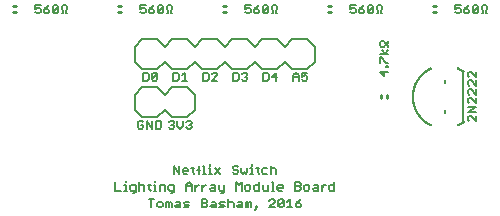
<source format=gto>
G75*
%MOIN*%
%OFA0B0*%
%FSLAX25Y25*%
%IPPOS*%
%LPD*%
%AMOC8*
5,1,8,0,0,1.08239X$1,22.5*
%
%ADD10C,0.00500*%
%ADD11C,0.01000*%
%ADD12C,0.00050*%
%ADD13C,0.00800*%
D10*
X0124500Y0044625D02*
X0126302Y0044625D01*
X0127447Y0044625D02*
X0128347Y0044625D01*
X0127897Y0044625D02*
X0127897Y0046427D01*
X0127447Y0046427D01*
X0127897Y0047327D02*
X0127897Y0047778D01*
X0129411Y0045976D02*
X0129411Y0045075D01*
X0129861Y0044625D01*
X0131212Y0044625D01*
X0131212Y0044175D02*
X0131212Y0046427D01*
X0129861Y0046427D01*
X0129411Y0045976D01*
X0132357Y0045976D02*
X0132808Y0046427D01*
X0133709Y0046427D01*
X0134159Y0045976D01*
X0134159Y0044625D01*
X0135754Y0045075D02*
X0135754Y0046877D01*
X0135304Y0046427D02*
X0136205Y0046427D01*
X0137268Y0046427D02*
X0137719Y0046427D01*
X0137719Y0044625D01*
X0138169Y0044625D02*
X0137268Y0044625D01*
X0136205Y0044625D02*
X0135754Y0045075D01*
X0132357Y0044625D02*
X0132357Y0047327D01*
X0137719Y0047327D02*
X0137719Y0047778D01*
X0139233Y0046427D02*
X0140584Y0046427D01*
X0141034Y0045976D01*
X0141034Y0044625D01*
X0142179Y0045075D02*
X0142179Y0045976D01*
X0142629Y0046427D01*
X0143981Y0046427D01*
X0143981Y0044175D01*
X0143530Y0043724D01*
X0143080Y0043724D01*
X0142629Y0044625D02*
X0143981Y0044625D01*
X0142629Y0044625D02*
X0142179Y0045075D01*
X0139233Y0044625D02*
X0139233Y0046427D01*
X0148072Y0046427D02*
X0148072Y0044625D01*
X0148072Y0045976D02*
X0149874Y0045976D01*
X0149874Y0046427D02*
X0149874Y0044625D01*
X0151019Y0044625D02*
X0151019Y0046427D01*
X0151919Y0046427D02*
X0151019Y0045526D01*
X0151919Y0046427D02*
X0152370Y0046427D01*
X0153474Y0046427D02*
X0153474Y0044625D01*
X0153474Y0045526D02*
X0154375Y0046427D01*
X0154825Y0046427D01*
X0156380Y0046427D02*
X0157281Y0046427D01*
X0157731Y0045976D01*
X0157731Y0044625D01*
X0156380Y0044625D01*
X0155930Y0045075D01*
X0156380Y0045526D01*
X0157731Y0045526D01*
X0158876Y0045075D02*
X0158876Y0046427D01*
X0158876Y0045075D02*
X0159326Y0044625D01*
X0160678Y0044625D01*
X0160678Y0044175D02*
X0160227Y0043724D01*
X0159777Y0043724D01*
X0160678Y0044175D02*
X0160678Y0046427D01*
X0164769Y0047327D02*
X0164769Y0044625D01*
X0166571Y0044625D02*
X0166571Y0047327D01*
X0165670Y0046427D01*
X0164769Y0047327D01*
X0167716Y0045976D02*
X0167716Y0045075D01*
X0168166Y0044625D01*
X0169067Y0044625D01*
X0169517Y0045075D01*
X0169517Y0045976D01*
X0169067Y0046427D01*
X0168166Y0046427D01*
X0167716Y0045976D01*
X0170662Y0045976D02*
X0170662Y0045075D01*
X0171112Y0044625D01*
X0172464Y0044625D01*
X0172464Y0047327D01*
X0172464Y0046427D02*
X0171112Y0046427D01*
X0170662Y0045976D01*
X0173609Y0046427D02*
X0173609Y0045075D01*
X0174059Y0044625D01*
X0175410Y0044625D01*
X0175410Y0046427D01*
X0176555Y0047327D02*
X0177006Y0047327D01*
X0177006Y0044625D01*
X0177456Y0044625D02*
X0176555Y0044625D01*
X0178519Y0045075D02*
X0178519Y0045976D01*
X0178970Y0046427D01*
X0179871Y0046427D01*
X0180321Y0045976D01*
X0180321Y0045526D01*
X0178519Y0045526D01*
X0178519Y0045075D02*
X0178970Y0044625D01*
X0179871Y0044625D01*
X0180117Y0041702D02*
X0180567Y0041252D01*
X0178766Y0039450D01*
X0179216Y0039000D01*
X0180117Y0039000D01*
X0180567Y0039450D01*
X0180567Y0041252D01*
X0180117Y0041702D02*
X0179216Y0041702D01*
X0178766Y0041252D01*
X0178766Y0039450D01*
X0177621Y0039000D02*
X0175819Y0039000D01*
X0177621Y0040802D01*
X0177621Y0041252D01*
X0177170Y0041702D01*
X0176269Y0041702D01*
X0175819Y0041252D01*
X0171809Y0039450D02*
X0171359Y0039450D01*
X0171359Y0039000D01*
X0171809Y0039000D01*
X0171809Y0039450D01*
X0171809Y0039000D02*
X0170908Y0038099D01*
X0169763Y0039000D02*
X0169763Y0040351D01*
X0169313Y0040802D01*
X0168862Y0040351D01*
X0168862Y0039000D01*
X0167962Y0039000D02*
X0167962Y0040802D01*
X0168412Y0040802D01*
X0168862Y0040351D01*
X0166817Y0040351D02*
X0166817Y0039000D01*
X0165466Y0039000D01*
X0165015Y0039450D01*
X0165466Y0039901D01*
X0166817Y0039901D01*
X0166817Y0040351D02*
X0166366Y0040802D01*
X0165466Y0040802D01*
X0163870Y0040351D02*
X0163870Y0039000D01*
X0163870Y0040351D02*
X0163420Y0040802D01*
X0162519Y0040802D01*
X0162069Y0040351D01*
X0160924Y0040802D02*
X0159573Y0040802D01*
X0159122Y0040351D01*
X0159573Y0039901D01*
X0160473Y0039901D01*
X0160924Y0039450D01*
X0160473Y0039000D01*
X0159122Y0039000D01*
X0157977Y0039000D02*
X0157977Y0040351D01*
X0157527Y0040802D01*
X0156626Y0040802D01*
X0156626Y0039901D02*
X0157977Y0039901D01*
X0157977Y0039000D02*
X0156626Y0039000D01*
X0156176Y0039450D01*
X0156626Y0039901D01*
X0155031Y0039901D02*
X0155031Y0039450D01*
X0154580Y0039000D01*
X0153229Y0039000D01*
X0153229Y0041702D01*
X0154580Y0041702D01*
X0155031Y0041252D01*
X0155031Y0040802D01*
X0154580Y0040351D01*
X0153229Y0040351D01*
X0154580Y0040351D02*
X0155031Y0039901D01*
X0149138Y0039450D02*
X0148687Y0039901D01*
X0147786Y0039901D01*
X0147336Y0040351D01*
X0147786Y0040802D01*
X0149138Y0040802D01*
X0149138Y0039450D02*
X0148687Y0039000D01*
X0147336Y0039000D01*
X0146191Y0039000D02*
X0144840Y0039000D01*
X0144390Y0039450D01*
X0144840Y0039901D01*
X0146191Y0039901D01*
X0146191Y0040351D02*
X0146191Y0039000D01*
X0146191Y0040351D02*
X0145741Y0040802D01*
X0144840Y0040802D01*
X0143245Y0040351D02*
X0143245Y0039000D01*
X0142344Y0039000D02*
X0142344Y0040351D01*
X0142794Y0040802D01*
X0143245Y0040351D01*
X0142344Y0040351D02*
X0141893Y0040802D01*
X0141443Y0040802D01*
X0141443Y0039000D01*
X0140298Y0039450D02*
X0140298Y0040351D01*
X0139848Y0040802D01*
X0138947Y0040802D01*
X0138497Y0040351D01*
X0138497Y0039450D01*
X0138947Y0039000D01*
X0139848Y0039000D01*
X0140298Y0039450D01*
X0136451Y0039000D02*
X0136451Y0041702D01*
X0135550Y0041702D02*
X0137352Y0041702D01*
X0131212Y0044175D02*
X0130762Y0043724D01*
X0130312Y0043724D01*
X0124500Y0044625D02*
X0124500Y0047327D01*
X0143925Y0050250D02*
X0143925Y0052952D01*
X0145727Y0050250D01*
X0145727Y0052952D01*
X0146872Y0051601D02*
X0147322Y0052052D01*
X0148223Y0052052D01*
X0148673Y0051601D01*
X0148673Y0051151D01*
X0146872Y0051151D01*
X0146872Y0051601D02*
X0146872Y0050700D01*
X0147322Y0050250D01*
X0148223Y0050250D01*
X0150268Y0050700D02*
X0150268Y0052502D01*
X0149818Y0052052D02*
X0150719Y0052052D01*
X0151782Y0051601D02*
X0152683Y0051601D01*
X0152233Y0052502D02*
X0152683Y0052952D01*
X0152233Y0052502D02*
X0152233Y0050250D01*
X0153747Y0050250D02*
X0154647Y0050250D01*
X0154197Y0050250D02*
X0154197Y0052952D01*
X0153747Y0052952D01*
X0155711Y0052052D02*
X0156161Y0052052D01*
X0156161Y0050250D01*
X0155711Y0050250D02*
X0156612Y0050250D01*
X0157675Y0050250D02*
X0159477Y0052052D01*
X0157675Y0052052D02*
X0159477Y0050250D01*
X0163568Y0050700D02*
X0164019Y0050250D01*
X0164920Y0050250D01*
X0165370Y0050700D01*
X0165370Y0051151D01*
X0164920Y0051601D01*
X0164019Y0051601D01*
X0163568Y0052052D01*
X0163568Y0052502D01*
X0164019Y0052952D01*
X0164920Y0052952D01*
X0165370Y0052502D01*
X0166515Y0052052D02*
X0166515Y0050700D01*
X0166965Y0050250D01*
X0167416Y0050700D01*
X0167866Y0050250D01*
X0168317Y0050700D01*
X0168317Y0052052D01*
X0169461Y0052052D02*
X0169912Y0052052D01*
X0169912Y0050250D01*
X0170362Y0050250D02*
X0169461Y0050250D01*
X0171876Y0050700D02*
X0171876Y0052502D01*
X0171426Y0052052D02*
X0172327Y0052052D01*
X0173390Y0051601D02*
X0173390Y0050700D01*
X0173841Y0050250D01*
X0175192Y0050250D01*
X0176337Y0050250D02*
X0176337Y0052952D01*
X0176787Y0052052D02*
X0177688Y0052052D01*
X0178138Y0051601D01*
X0178138Y0050250D01*
X0176337Y0051601D02*
X0176787Y0052052D01*
X0175192Y0052052D02*
X0173841Y0052052D01*
X0173390Y0051601D01*
X0172327Y0050250D02*
X0171876Y0050700D01*
X0169912Y0052952D02*
X0169912Y0053403D01*
X0156161Y0053403D02*
X0156161Y0052952D01*
X0150719Y0050250D02*
X0150268Y0050700D01*
X0148973Y0047327D02*
X0149874Y0046427D01*
X0148973Y0047327D02*
X0148072Y0046427D01*
X0162069Y0041702D02*
X0162069Y0039000D01*
X0181712Y0039000D02*
X0183514Y0039000D01*
X0182613Y0039000D02*
X0182613Y0041702D01*
X0181712Y0040802D01*
X0184659Y0040351D02*
X0184659Y0039450D01*
X0185109Y0039000D01*
X0186010Y0039000D01*
X0186460Y0039450D01*
X0186460Y0039901D01*
X0186010Y0040351D01*
X0184659Y0040351D01*
X0185559Y0041252D01*
X0186460Y0041702D01*
X0185764Y0044625D02*
X0184413Y0044625D01*
X0184413Y0047327D01*
X0185764Y0047327D01*
X0186214Y0046877D01*
X0186214Y0046427D01*
X0185764Y0045976D01*
X0184413Y0045976D01*
X0185764Y0045976D02*
X0186214Y0045526D01*
X0186214Y0045075D01*
X0185764Y0044625D01*
X0187359Y0045075D02*
X0187359Y0045976D01*
X0187809Y0046427D01*
X0188710Y0046427D01*
X0189161Y0045976D01*
X0189161Y0045075D01*
X0188710Y0044625D01*
X0187809Y0044625D01*
X0187359Y0045075D01*
X0190306Y0045075D02*
X0190756Y0045526D01*
X0192107Y0045526D01*
X0192107Y0045976D02*
X0192107Y0044625D01*
X0190756Y0044625D01*
X0190306Y0045075D01*
X0190756Y0046427D02*
X0191657Y0046427D01*
X0192107Y0045976D01*
X0193252Y0045526D02*
X0194153Y0046427D01*
X0194603Y0046427D01*
X0195708Y0045976D02*
X0196158Y0046427D01*
X0197509Y0046427D01*
X0197509Y0047327D02*
X0197509Y0044625D01*
X0196158Y0044625D01*
X0195708Y0045075D01*
X0195708Y0045976D01*
X0193252Y0046427D02*
X0193252Y0044625D01*
X0149945Y0065700D02*
X0149494Y0065250D01*
X0148593Y0065250D01*
X0148143Y0065700D01*
X0146998Y0066151D02*
X0146998Y0067952D01*
X0148143Y0067502D02*
X0148593Y0067952D01*
X0149494Y0067952D01*
X0149945Y0067502D01*
X0149945Y0067052D01*
X0149494Y0066601D01*
X0149945Y0066151D01*
X0149945Y0065700D01*
X0149494Y0066601D02*
X0149044Y0066601D01*
X0146998Y0066151D02*
X0146097Y0065250D01*
X0145197Y0066151D01*
X0145197Y0067952D01*
X0144052Y0067502D02*
X0144052Y0067052D01*
X0143601Y0066601D01*
X0144052Y0066151D01*
X0144052Y0065700D01*
X0143601Y0065250D01*
X0142700Y0065250D01*
X0142250Y0065700D01*
X0143151Y0066601D02*
X0143601Y0066601D01*
X0144052Y0067502D02*
X0143601Y0067952D01*
X0142700Y0067952D01*
X0142250Y0067502D01*
X0139695Y0067502D02*
X0139695Y0065700D01*
X0139244Y0065250D01*
X0137893Y0065250D01*
X0137893Y0067952D01*
X0139244Y0067952D01*
X0139695Y0067502D01*
X0136748Y0067952D02*
X0136748Y0065250D01*
X0134947Y0067952D01*
X0134947Y0065250D01*
X0133802Y0065700D02*
X0133802Y0066601D01*
X0132901Y0066601D01*
X0133802Y0065700D02*
X0133351Y0065250D01*
X0132450Y0065250D01*
X0132000Y0065700D01*
X0132000Y0067502D01*
X0132450Y0067952D01*
X0133351Y0067952D01*
X0133802Y0067502D01*
X0133750Y0081250D02*
X0135101Y0081250D01*
X0135552Y0081700D01*
X0135552Y0083502D01*
X0135101Y0083952D01*
X0133750Y0083952D01*
X0133750Y0081250D01*
X0136697Y0081700D02*
X0138498Y0083502D01*
X0138498Y0081700D01*
X0138048Y0081250D01*
X0137147Y0081250D01*
X0136697Y0081700D01*
X0136697Y0083502D01*
X0137147Y0083952D01*
X0138048Y0083952D01*
X0138498Y0083502D01*
X0143750Y0083952D02*
X0143750Y0081250D01*
X0145101Y0081250D01*
X0145552Y0081700D01*
X0145552Y0083502D01*
X0145101Y0083952D01*
X0143750Y0083952D01*
X0146697Y0083052D02*
X0147597Y0083952D01*
X0147597Y0081250D01*
X0146697Y0081250D02*
X0148498Y0081250D01*
X0153750Y0081250D02*
X0155101Y0081250D01*
X0155552Y0081700D01*
X0155552Y0083502D01*
X0155101Y0083952D01*
X0153750Y0083952D01*
X0153750Y0081250D01*
X0156697Y0081250D02*
X0158498Y0083052D01*
X0158498Y0083502D01*
X0158048Y0083952D01*
X0157147Y0083952D01*
X0156697Y0083502D01*
X0156697Y0081250D02*
X0158498Y0081250D01*
X0163750Y0081250D02*
X0165101Y0081250D01*
X0165552Y0081700D01*
X0165552Y0083502D01*
X0165101Y0083952D01*
X0163750Y0083952D01*
X0163750Y0081250D01*
X0166697Y0081700D02*
X0167147Y0081250D01*
X0168048Y0081250D01*
X0168498Y0081700D01*
X0168498Y0082151D01*
X0168048Y0082601D01*
X0167597Y0082601D01*
X0168048Y0082601D02*
X0168498Y0083052D01*
X0168498Y0083502D01*
X0168048Y0083952D01*
X0167147Y0083952D01*
X0166697Y0083502D01*
X0173750Y0083952D02*
X0173750Y0081250D01*
X0175101Y0081250D01*
X0175552Y0081700D01*
X0175552Y0083502D01*
X0175101Y0083952D01*
X0173750Y0083952D01*
X0176697Y0082601D02*
X0178498Y0082601D01*
X0178048Y0081250D02*
X0178048Y0083952D01*
X0176697Y0082601D01*
X0183750Y0082601D02*
X0185552Y0082601D01*
X0185552Y0083052D02*
X0185552Y0081250D01*
X0186697Y0081700D02*
X0187147Y0081250D01*
X0188048Y0081250D01*
X0188498Y0081700D01*
X0188498Y0082601D01*
X0188048Y0083052D01*
X0187597Y0083052D01*
X0186697Y0082601D01*
X0186697Y0083952D01*
X0188498Y0083952D01*
X0185552Y0083052D02*
X0184651Y0083952D01*
X0183750Y0083052D01*
X0183750Y0081250D01*
X0212548Y0084101D02*
X0213899Y0082750D01*
X0213899Y0084552D01*
X0215250Y0084101D02*
X0212548Y0084101D01*
X0214800Y0085697D02*
X0214800Y0086147D01*
X0215250Y0086147D01*
X0215250Y0085697D01*
X0214800Y0085697D01*
X0214800Y0087170D02*
X0215250Y0087170D01*
X0214800Y0087170D02*
X0212998Y0088971D01*
X0212548Y0088971D01*
X0212548Y0087170D01*
X0212548Y0090116D02*
X0215250Y0090116D01*
X0214349Y0090116D02*
X0213448Y0091467D01*
X0212998Y0092572D02*
X0212548Y0093022D01*
X0212548Y0093923D01*
X0212998Y0094373D01*
X0213899Y0094373D01*
X0214349Y0093923D01*
X0215250Y0093923D01*
X0215250Y0094373D01*
X0215250Y0093022D02*
X0214349Y0093022D01*
X0213899Y0092572D01*
X0212998Y0092572D01*
X0215250Y0092572D02*
X0215250Y0093022D01*
X0215250Y0091467D02*
X0214349Y0090116D01*
X0234500Y0081528D02*
X0234500Y0080472D01*
X0240500Y0084248D02*
X0240500Y0067752D01*
X0242048Y0068200D02*
X0242498Y0067750D01*
X0242048Y0068200D02*
X0242048Y0069101D01*
X0242498Y0069552D01*
X0242948Y0069552D01*
X0244750Y0067750D01*
X0244750Y0069552D01*
X0244750Y0070697D02*
X0242048Y0070697D01*
X0244750Y0072498D01*
X0242048Y0072498D01*
X0242498Y0073643D02*
X0242048Y0074093D01*
X0242048Y0074994D01*
X0242498Y0075445D01*
X0242948Y0075445D01*
X0244750Y0073643D01*
X0244750Y0075445D01*
X0244750Y0076590D02*
X0242948Y0078391D01*
X0242498Y0078391D01*
X0242048Y0077941D01*
X0242048Y0077040D01*
X0242498Y0076590D01*
X0244750Y0076590D02*
X0244750Y0078391D01*
X0244750Y0079536D02*
X0242948Y0081338D01*
X0242498Y0081338D01*
X0242048Y0080887D01*
X0242048Y0079986D01*
X0242498Y0079536D01*
X0244750Y0079536D02*
X0244750Y0081338D01*
X0244750Y0082483D02*
X0242948Y0084284D01*
X0242498Y0084284D01*
X0242048Y0083834D01*
X0242048Y0082933D01*
X0242498Y0082483D01*
X0244750Y0082483D02*
X0244750Y0084284D01*
X0234500Y0071528D02*
X0234500Y0070472D01*
X0238200Y0103650D02*
X0237750Y0104100D01*
X0238200Y0103650D02*
X0239101Y0103650D01*
X0239552Y0104100D01*
X0239552Y0105001D01*
X0239101Y0105452D01*
X0238651Y0105452D01*
X0237750Y0105001D01*
X0237750Y0106352D01*
X0239552Y0106352D01*
X0240697Y0105001D02*
X0241597Y0105902D01*
X0242498Y0106352D01*
X0243643Y0105902D02*
X0244093Y0106352D01*
X0244994Y0106352D01*
X0245445Y0105902D01*
X0243643Y0104100D01*
X0244093Y0103650D01*
X0244994Y0103650D01*
X0245445Y0104100D01*
X0245445Y0105902D01*
X0246590Y0105902D02*
X0247040Y0106352D01*
X0247941Y0106352D01*
X0248391Y0105902D01*
X0248391Y0105001D01*
X0247941Y0104551D01*
X0247941Y0103650D01*
X0248391Y0103650D01*
X0247040Y0103650D02*
X0247040Y0104551D01*
X0246590Y0105001D01*
X0246590Y0105902D01*
X0243643Y0105902D02*
X0243643Y0104100D01*
X0242498Y0104100D02*
X0242498Y0104551D01*
X0242048Y0105001D01*
X0240697Y0105001D01*
X0240697Y0104100D01*
X0241147Y0103650D01*
X0242048Y0103650D01*
X0242498Y0104100D01*
X0246590Y0103650D02*
X0247040Y0103650D01*
X0213391Y0103650D02*
X0212941Y0103650D01*
X0212941Y0104551D01*
X0213391Y0105001D01*
X0213391Y0105902D01*
X0212941Y0106352D01*
X0212040Y0106352D01*
X0211590Y0105902D01*
X0211590Y0105001D01*
X0212040Y0104551D01*
X0212040Y0103650D01*
X0211590Y0103650D01*
X0210445Y0104100D02*
X0209994Y0103650D01*
X0209093Y0103650D01*
X0208643Y0104100D01*
X0210445Y0105902D01*
X0210445Y0104100D01*
X0210445Y0105902D02*
X0209994Y0106352D01*
X0209093Y0106352D01*
X0208643Y0105902D01*
X0208643Y0104100D01*
X0207498Y0104100D02*
X0207498Y0104551D01*
X0207048Y0105001D01*
X0205697Y0105001D01*
X0205697Y0104100D01*
X0206147Y0103650D01*
X0207048Y0103650D01*
X0207498Y0104100D01*
X0205697Y0105001D02*
X0206597Y0105902D01*
X0207498Y0106352D01*
X0204552Y0106352D02*
X0202750Y0106352D01*
X0202750Y0105001D01*
X0203651Y0105452D01*
X0204101Y0105452D01*
X0204552Y0105001D01*
X0204552Y0104100D01*
X0204101Y0103650D01*
X0203200Y0103650D01*
X0202750Y0104100D01*
X0178391Y0103650D02*
X0177941Y0103650D01*
X0177941Y0104551D01*
X0178391Y0105001D01*
X0178391Y0105902D01*
X0177941Y0106352D01*
X0177040Y0106352D01*
X0176590Y0105902D01*
X0176590Y0105001D01*
X0177040Y0104551D01*
X0177040Y0103650D01*
X0176590Y0103650D01*
X0175445Y0104100D02*
X0174994Y0103650D01*
X0174093Y0103650D01*
X0173643Y0104100D01*
X0175445Y0105902D01*
X0175445Y0104100D01*
X0175445Y0105902D02*
X0174994Y0106352D01*
X0174093Y0106352D01*
X0173643Y0105902D01*
X0173643Y0104100D01*
X0172498Y0104100D02*
X0172498Y0104551D01*
X0172048Y0105001D01*
X0170697Y0105001D01*
X0170697Y0104100D01*
X0171147Y0103650D01*
X0172048Y0103650D01*
X0172498Y0104100D01*
X0170697Y0105001D02*
X0171597Y0105902D01*
X0172498Y0106352D01*
X0169552Y0106352D02*
X0167750Y0106352D01*
X0167750Y0105001D01*
X0168651Y0105452D01*
X0169101Y0105452D01*
X0169552Y0105001D01*
X0169552Y0104100D01*
X0169101Y0103650D01*
X0168200Y0103650D01*
X0167750Y0104100D01*
X0143391Y0103650D02*
X0142941Y0103650D01*
X0142941Y0104551D01*
X0143391Y0105001D01*
X0143391Y0105902D01*
X0142941Y0106352D01*
X0142040Y0106352D01*
X0141590Y0105902D01*
X0141590Y0105001D01*
X0142040Y0104551D01*
X0142040Y0103650D01*
X0141590Y0103650D01*
X0140445Y0104100D02*
X0139994Y0103650D01*
X0139093Y0103650D01*
X0138643Y0104100D01*
X0140445Y0105902D01*
X0140445Y0104100D01*
X0140445Y0105902D02*
X0139994Y0106352D01*
X0139093Y0106352D01*
X0138643Y0105902D01*
X0138643Y0104100D01*
X0137498Y0104100D02*
X0137498Y0104551D01*
X0137048Y0105001D01*
X0135697Y0105001D01*
X0135697Y0104100D01*
X0136147Y0103650D01*
X0137048Y0103650D01*
X0137498Y0104100D01*
X0135697Y0105001D02*
X0136597Y0105902D01*
X0137498Y0106352D01*
X0134552Y0106352D02*
X0132750Y0106352D01*
X0132750Y0105001D01*
X0133651Y0105452D01*
X0134101Y0105452D01*
X0134552Y0105001D01*
X0134552Y0104100D01*
X0134101Y0103650D01*
X0133200Y0103650D01*
X0132750Y0104100D01*
X0108391Y0103650D02*
X0107941Y0103650D01*
X0107941Y0104551D01*
X0108391Y0105001D01*
X0108391Y0105902D01*
X0107941Y0106352D01*
X0107040Y0106352D01*
X0106590Y0105902D01*
X0106590Y0105001D01*
X0107040Y0104551D01*
X0107040Y0103650D01*
X0106590Y0103650D01*
X0105445Y0104100D02*
X0104994Y0103650D01*
X0104093Y0103650D01*
X0103643Y0104100D01*
X0105445Y0105902D01*
X0105445Y0104100D01*
X0105445Y0105902D02*
X0104994Y0106352D01*
X0104093Y0106352D01*
X0103643Y0105902D01*
X0103643Y0104100D01*
X0102498Y0104100D02*
X0102048Y0103650D01*
X0101147Y0103650D01*
X0100697Y0104100D01*
X0100697Y0105001D01*
X0102048Y0105001D01*
X0102498Y0104551D01*
X0102498Y0104100D01*
X0100697Y0105001D02*
X0101597Y0105902D01*
X0102498Y0106352D01*
X0099552Y0106352D02*
X0097750Y0106352D01*
X0097750Y0105001D01*
X0098651Y0105452D01*
X0099101Y0105452D01*
X0099552Y0105001D01*
X0099552Y0104100D01*
X0099101Y0103650D01*
X0098200Y0103650D01*
X0097750Y0104100D01*
D11*
X0091500Y0104000D02*
X0090500Y0104000D01*
X0090500Y0106000D02*
X0091500Y0106000D01*
X0125500Y0106000D02*
X0126500Y0106000D01*
X0126500Y0104000D02*
X0125500Y0104000D01*
X0160500Y0104000D02*
X0161500Y0104000D01*
X0161500Y0106000D02*
X0160500Y0106000D01*
X0195500Y0106000D02*
X0196500Y0106000D01*
X0196500Y0104000D02*
X0195500Y0104000D01*
X0230500Y0104000D02*
X0231500Y0104000D01*
X0231500Y0106000D02*
X0230500Y0106000D01*
X0215000Y0076500D02*
X0215000Y0075500D01*
X0213000Y0075500D02*
X0213000Y0076500D01*
D12*
X0240619Y0084440D02*
X0240341Y0084086D01*
X0240341Y0084087D02*
X0240152Y0084232D01*
X0239958Y0084373D01*
X0239762Y0084509D01*
X0239563Y0084641D01*
X0239360Y0084768D01*
X0239155Y0084890D01*
X0238947Y0085008D01*
X0238736Y0085121D01*
X0238522Y0085228D01*
X0238306Y0085331D01*
X0238494Y0085740D01*
X0238720Y0085633D01*
X0238943Y0085520D01*
X0239163Y0085403D01*
X0239380Y0085280D01*
X0239595Y0085152D01*
X0239806Y0085019D01*
X0240015Y0084882D01*
X0240220Y0084739D01*
X0240422Y0084592D01*
X0240620Y0084440D01*
X0240591Y0084403D01*
X0240393Y0084554D01*
X0240193Y0084701D01*
X0239988Y0084843D01*
X0239781Y0084980D01*
X0239570Y0085112D01*
X0239357Y0085239D01*
X0239140Y0085361D01*
X0238921Y0085479D01*
X0238699Y0085591D01*
X0238474Y0085697D01*
X0238455Y0085655D01*
X0238678Y0085548D01*
X0238899Y0085437D01*
X0239118Y0085320D01*
X0239333Y0085198D01*
X0239546Y0085072D01*
X0239755Y0084940D01*
X0239962Y0084804D01*
X0240165Y0084663D01*
X0240365Y0084517D01*
X0240562Y0084366D01*
X0240533Y0084329D01*
X0240337Y0084479D01*
X0240138Y0084624D01*
X0239936Y0084765D01*
X0239730Y0084901D01*
X0239521Y0085032D01*
X0239310Y0085158D01*
X0239095Y0085279D01*
X0238878Y0085395D01*
X0238658Y0085506D01*
X0238435Y0085612D01*
X0238416Y0085569D01*
X0238637Y0085464D01*
X0238856Y0085353D01*
X0239072Y0085238D01*
X0239286Y0085117D01*
X0239497Y0084992D01*
X0239705Y0084861D01*
X0239909Y0084726D01*
X0240111Y0084586D01*
X0240309Y0084442D01*
X0240504Y0084292D01*
X0240474Y0084256D01*
X0240281Y0084404D01*
X0240083Y0084548D01*
X0239883Y0084687D01*
X0239679Y0084822D01*
X0239472Y0084952D01*
X0239263Y0085076D01*
X0239050Y0085196D01*
X0238835Y0085312D01*
X0238617Y0085422D01*
X0238396Y0085526D01*
X0238376Y0085484D01*
X0238596Y0085379D01*
X0238813Y0085270D01*
X0239027Y0085155D01*
X0239239Y0085036D01*
X0239448Y0084911D01*
X0239654Y0084782D01*
X0239856Y0084648D01*
X0240056Y0084510D01*
X0240252Y0084366D01*
X0240445Y0084219D01*
X0240416Y0084182D01*
X0240224Y0084329D01*
X0240029Y0084471D01*
X0239830Y0084609D01*
X0239628Y0084743D01*
X0239423Y0084871D01*
X0239215Y0084995D01*
X0239005Y0085114D01*
X0238791Y0085228D01*
X0238575Y0085337D01*
X0238357Y0085441D01*
X0238337Y0085398D01*
X0238555Y0085295D01*
X0238770Y0085186D01*
X0238982Y0085073D01*
X0239192Y0084954D01*
X0239399Y0084831D01*
X0239603Y0084703D01*
X0239804Y0084571D01*
X0240001Y0084433D01*
X0240196Y0084291D01*
X0240387Y0084145D01*
X0240358Y0084108D01*
X0240168Y0084254D01*
X0239974Y0084395D01*
X0239777Y0084532D01*
X0239577Y0084664D01*
X0239374Y0084791D01*
X0239168Y0084914D01*
X0238960Y0085032D01*
X0238748Y0085145D01*
X0238534Y0085253D01*
X0238318Y0085356D01*
X0229410Y0085692D02*
X0229602Y0085285D01*
X0229601Y0085286D02*
X0229375Y0085175D01*
X0229151Y0085059D01*
X0228930Y0084937D01*
X0228713Y0084810D01*
X0228498Y0084678D01*
X0228287Y0084540D01*
X0228079Y0084398D01*
X0227875Y0084250D01*
X0227674Y0084097D01*
X0227478Y0083940D01*
X0227285Y0083777D01*
X0227096Y0083610D01*
X0226912Y0083439D01*
X0226731Y0083262D01*
X0226555Y0083082D01*
X0226384Y0082897D01*
X0226217Y0082708D01*
X0226055Y0082515D01*
X0225897Y0082319D01*
X0225745Y0082118D01*
X0225597Y0081914D01*
X0225455Y0081706D01*
X0225317Y0081494D01*
X0225185Y0081280D01*
X0225058Y0081062D01*
X0224937Y0080841D01*
X0224821Y0080617D01*
X0224710Y0080391D01*
X0224606Y0080162D01*
X0224506Y0079930D01*
X0224413Y0079696D01*
X0224325Y0079460D01*
X0224243Y0079221D01*
X0224167Y0078981D01*
X0224097Y0078739D01*
X0224033Y0078495D01*
X0223974Y0078250D01*
X0223922Y0078003D01*
X0223876Y0077756D01*
X0223836Y0077507D01*
X0223802Y0077257D01*
X0223774Y0077007D01*
X0223753Y0076755D01*
X0223737Y0076504D01*
X0223728Y0076252D01*
X0223725Y0076000D01*
X0223728Y0075748D01*
X0223737Y0075496D01*
X0223753Y0075245D01*
X0223774Y0074993D01*
X0223802Y0074743D01*
X0223836Y0074493D01*
X0223876Y0074244D01*
X0223922Y0073997D01*
X0223974Y0073750D01*
X0224033Y0073505D01*
X0224097Y0073261D01*
X0224167Y0073019D01*
X0224243Y0072779D01*
X0224325Y0072540D01*
X0224413Y0072304D01*
X0224506Y0072070D01*
X0224606Y0071838D01*
X0224710Y0071609D01*
X0224821Y0071383D01*
X0224937Y0071159D01*
X0225058Y0070938D01*
X0225185Y0070720D01*
X0225317Y0070506D01*
X0225455Y0070294D01*
X0225597Y0070086D01*
X0225745Y0069882D01*
X0225897Y0069681D01*
X0226055Y0069485D01*
X0226217Y0069292D01*
X0226384Y0069103D01*
X0226555Y0068918D01*
X0226731Y0068738D01*
X0226912Y0068561D01*
X0227096Y0068390D01*
X0227285Y0068223D01*
X0227478Y0068060D01*
X0227674Y0067903D01*
X0227875Y0067750D01*
X0228079Y0067602D01*
X0228287Y0067460D01*
X0228498Y0067322D01*
X0228713Y0067190D01*
X0228930Y0067063D01*
X0229151Y0066941D01*
X0229375Y0066825D01*
X0229601Y0066714D01*
X0229410Y0066308D01*
X0229410Y0066307D01*
X0229173Y0066423D01*
X0228940Y0066544D01*
X0228709Y0066671D01*
X0228482Y0066803D01*
X0228258Y0066942D01*
X0228038Y0067085D01*
X0227821Y0067234D01*
X0227607Y0067388D01*
X0227398Y0067548D01*
X0227193Y0067712D01*
X0226992Y0067882D01*
X0226795Y0068056D01*
X0226602Y0068235D01*
X0226414Y0068419D01*
X0226230Y0068607D01*
X0226051Y0068800D01*
X0225877Y0068997D01*
X0225707Y0069199D01*
X0225543Y0069404D01*
X0225384Y0069614D01*
X0225230Y0069827D01*
X0225081Y0070044D01*
X0224937Y0070264D01*
X0224800Y0070489D01*
X0224667Y0070716D01*
X0224540Y0070946D01*
X0224419Y0071180D01*
X0224304Y0071416D01*
X0224194Y0071656D01*
X0224091Y0071897D01*
X0223993Y0072142D01*
X0223901Y0072388D01*
X0223816Y0072637D01*
X0223736Y0072888D01*
X0223663Y0073141D01*
X0223596Y0073395D01*
X0223535Y0073651D01*
X0223481Y0073909D01*
X0223433Y0074167D01*
X0223391Y0074427D01*
X0223356Y0074688D01*
X0223327Y0074949D01*
X0223304Y0075211D01*
X0223288Y0075474D01*
X0223278Y0075737D01*
X0223275Y0076000D01*
X0223278Y0076263D01*
X0223288Y0076526D01*
X0223304Y0076789D01*
X0223327Y0077051D01*
X0223356Y0077312D01*
X0223391Y0077573D01*
X0223433Y0077833D01*
X0223481Y0078091D01*
X0223535Y0078349D01*
X0223596Y0078605D01*
X0223663Y0078859D01*
X0223736Y0079112D01*
X0223816Y0079363D01*
X0223901Y0079612D01*
X0223993Y0079858D01*
X0224091Y0080103D01*
X0224194Y0080344D01*
X0224304Y0080584D01*
X0224419Y0080820D01*
X0224540Y0081054D01*
X0224667Y0081284D01*
X0224800Y0081511D01*
X0224937Y0081736D01*
X0225081Y0081956D01*
X0225230Y0082173D01*
X0225384Y0082386D01*
X0225543Y0082596D01*
X0225707Y0082801D01*
X0225877Y0083003D01*
X0226051Y0083200D01*
X0226230Y0083393D01*
X0226414Y0083581D01*
X0226602Y0083765D01*
X0226795Y0083944D01*
X0226992Y0084118D01*
X0227193Y0084288D01*
X0227398Y0084452D01*
X0227607Y0084612D01*
X0227821Y0084766D01*
X0228038Y0084915D01*
X0228258Y0085058D01*
X0228482Y0085197D01*
X0228709Y0085329D01*
X0228940Y0085456D01*
X0229173Y0085577D01*
X0229410Y0085693D01*
X0229430Y0085650D01*
X0229194Y0085535D01*
X0228962Y0085415D01*
X0228732Y0085288D01*
X0228506Y0085156D01*
X0228283Y0085019D01*
X0228064Y0084876D01*
X0227848Y0084727D01*
X0227635Y0084574D01*
X0227427Y0084415D01*
X0227223Y0084251D01*
X0227022Y0084083D01*
X0226826Y0083909D01*
X0226634Y0083731D01*
X0226447Y0083548D01*
X0226264Y0083360D01*
X0226086Y0083168D01*
X0225912Y0082972D01*
X0225744Y0082771D01*
X0225580Y0082567D01*
X0225421Y0082358D01*
X0225268Y0082146D01*
X0225120Y0081930D01*
X0224977Y0081710D01*
X0224840Y0081487D01*
X0224708Y0081261D01*
X0224582Y0081031D01*
X0224461Y0080799D01*
X0224346Y0080563D01*
X0224237Y0080325D01*
X0224134Y0080084D01*
X0224037Y0079841D01*
X0223946Y0079596D01*
X0223860Y0079348D01*
X0223781Y0079098D01*
X0223708Y0078847D01*
X0223642Y0078593D01*
X0223581Y0078338D01*
X0223527Y0078082D01*
X0223479Y0077825D01*
X0223437Y0077566D01*
X0223402Y0077306D01*
X0223373Y0077046D01*
X0223351Y0076785D01*
X0223335Y0076524D01*
X0223325Y0076262D01*
X0223322Y0076000D01*
X0223325Y0075738D01*
X0223335Y0075476D01*
X0223351Y0075215D01*
X0223373Y0074954D01*
X0223402Y0074694D01*
X0223437Y0074434D01*
X0223479Y0074175D01*
X0223527Y0073918D01*
X0223581Y0073662D01*
X0223642Y0073407D01*
X0223708Y0073153D01*
X0223781Y0072902D01*
X0223860Y0072652D01*
X0223946Y0072404D01*
X0224037Y0072159D01*
X0224134Y0071916D01*
X0224237Y0071675D01*
X0224346Y0071437D01*
X0224461Y0071201D01*
X0224582Y0070969D01*
X0224708Y0070739D01*
X0224840Y0070513D01*
X0224977Y0070290D01*
X0225120Y0070070D01*
X0225268Y0069854D01*
X0225421Y0069642D01*
X0225580Y0069433D01*
X0225744Y0069229D01*
X0225912Y0069028D01*
X0226086Y0068832D01*
X0226264Y0068640D01*
X0226447Y0068452D01*
X0226634Y0068269D01*
X0226826Y0068091D01*
X0227022Y0067917D01*
X0227223Y0067749D01*
X0227427Y0067585D01*
X0227635Y0067426D01*
X0227848Y0067273D01*
X0228064Y0067124D01*
X0228283Y0066981D01*
X0228506Y0066844D01*
X0228732Y0066712D01*
X0228962Y0066585D01*
X0229194Y0066465D01*
X0229430Y0066350D01*
X0229450Y0066392D01*
X0229215Y0066507D01*
X0228984Y0066627D01*
X0228755Y0066753D01*
X0228530Y0066884D01*
X0228308Y0067021D01*
X0228090Y0067163D01*
X0227875Y0067311D01*
X0227663Y0067464D01*
X0227456Y0067622D01*
X0227252Y0067785D01*
X0227053Y0067953D01*
X0226858Y0068126D01*
X0226667Y0068303D01*
X0226480Y0068486D01*
X0226298Y0068672D01*
X0226120Y0068863D01*
X0225948Y0069059D01*
X0225780Y0069258D01*
X0225617Y0069462D01*
X0225459Y0069670D01*
X0225306Y0069881D01*
X0225159Y0070096D01*
X0225017Y0070315D01*
X0224880Y0070537D01*
X0224749Y0070762D01*
X0224623Y0070991D01*
X0224503Y0071222D01*
X0224389Y0071457D01*
X0224280Y0071694D01*
X0224177Y0071934D01*
X0224081Y0072176D01*
X0223990Y0072420D01*
X0223905Y0072667D01*
X0223826Y0072915D01*
X0223754Y0073166D01*
X0223687Y0073418D01*
X0223627Y0073672D01*
X0223573Y0073927D01*
X0223525Y0074183D01*
X0223484Y0074441D01*
X0223449Y0074699D01*
X0223420Y0074958D01*
X0223398Y0075218D01*
X0223382Y0075479D01*
X0223372Y0075739D01*
X0223369Y0076000D01*
X0223372Y0076261D01*
X0223382Y0076521D01*
X0223398Y0076782D01*
X0223420Y0077042D01*
X0223449Y0077301D01*
X0223484Y0077559D01*
X0223525Y0077817D01*
X0223573Y0078073D01*
X0223627Y0078328D01*
X0223687Y0078582D01*
X0223754Y0078834D01*
X0223826Y0079085D01*
X0223905Y0079333D01*
X0223990Y0079580D01*
X0224081Y0079824D01*
X0224177Y0080066D01*
X0224280Y0080306D01*
X0224389Y0080543D01*
X0224503Y0080778D01*
X0224623Y0081009D01*
X0224749Y0081238D01*
X0224880Y0081463D01*
X0225017Y0081685D01*
X0225159Y0081904D01*
X0225306Y0082119D01*
X0225459Y0082330D01*
X0225617Y0082538D01*
X0225780Y0082742D01*
X0225948Y0082941D01*
X0226120Y0083137D01*
X0226298Y0083328D01*
X0226480Y0083514D01*
X0226667Y0083697D01*
X0226858Y0083874D01*
X0227053Y0084047D01*
X0227252Y0084215D01*
X0227456Y0084378D01*
X0227663Y0084536D01*
X0227875Y0084689D01*
X0228090Y0084837D01*
X0228308Y0084979D01*
X0228530Y0085116D01*
X0228755Y0085247D01*
X0228984Y0085373D01*
X0229215Y0085493D01*
X0229450Y0085608D01*
X0229470Y0085565D01*
X0229236Y0085451D01*
X0229006Y0085332D01*
X0228778Y0085206D01*
X0228554Y0085075D01*
X0228333Y0084939D01*
X0228116Y0084797D01*
X0227902Y0084651D01*
X0227691Y0084498D01*
X0227485Y0084341D01*
X0227282Y0084179D01*
X0227084Y0084011D01*
X0226889Y0083839D01*
X0226699Y0083663D01*
X0226513Y0083481D01*
X0226332Y0083295D01*
X0226155Y0083105D01*
X0225983Y0082910D01*
X0225816Y0082712D01*
X0225654Y0082509D01*
X0225497Y0082302D01*
X0225345Y0082092D01*
X0225198Y0081878D01*
X0225057Y0081660D01*
X0224920Y0081439D01*
X0224790Y0081215D01*
X0224665Y0080987D01*
X0224545Y0080757D01*
X0224431Y0080523D01*
X0224323Y0080287D01*
X0224221Y0080048D01*
X0224125Y0079807D01*
X0224034Y0079564D01*
X0223950Y0079318D01*
X0223871Y0079071D01*
X0223799Y0078822D01*
X0223733Y0078570D01*
X0223673Y0078318D01*
X0223619Y0078064D01*
X0223572Y0077809D01*
X0223530Y0077552D01*
X0223496Y0077295D01*
X0223467Y0077037D01*
X0223445Y0076778D01*
X0223429Y0076519D01*
X0223419Y0076260D01*
X0223416Y0076000D01*
X0223419Y0075740D01*
X0223429Y0075481D01*
X0223445Y0075222D01*
X0223467Y0074963D01*
X0223496Y0074705D01*
X0223530Y0074448D01*
X0223572Y0074191D01*
X0223619Y0073936D01*
X0223673Y0073682D01*
X0223733Y0073430D01*
X0223799Y0073178D01*
X0223871Y0072929D01*
X0223950Y0072682D01*
X0224034Y0072436D01*
X0224125Y0072193D01*
X0224221Y0071952D01*
X0224323Y0071713D01*
X0224431Y0071477D01*
X0224545Y0071243D01*
X0224665Y0071013D01*
X0224790Y0070785D01*
X0224920Y0070561D01*
X0225057Y0070340D01*
X0225198Y0070122D01*
X0225345Y0069908D01*
X0225497Y0069698D01*
X0225654Y0069491D01*
X0225816Y0069288D01*
X0225983Y0069090D01*
X0226155Y0068895D01*
X0226332Y0068705D01*
X0226513Y0068519D01*
X0226699Y0068337D01*
X0226889Y0068161D01*
X0227084Y0067989D01*
X0227282Y0067821D01*
X0227485Y0067659D01*
X0227691Y0067502D01*
X0227902Y0067349D01*
X0228116Y0067203D01*
X0228333Y0067061D01*
X0228554Y0066925D01*
X0228778Y0066794D01*
X0229006Y0066668D01*
X0229236Y0066549D01*
X0229470Y0066435D01*
X0229490Y0066477D01*
X0229257Y0066591D01*
X0229028Y0066710D01*
X0228802Y0066835D01*
X0228578Y0066965D01*
X0228358Y0067101D01*
X0228142Y0067242D01*
X0227929Y0067388D01*
X0227719Y0067539D01*
X0227514Y0067696D01*
X0227312Y0067858D01*
X0227114Y0068024D01*
X0226921Y0068195D01*
X0226731Y0068371D01*
X0226546Y0068552D01*
X0226366Y0068737D01*
X0226190Y0068927D01*
X0226019Y0069120D01*
X0225853Y0069318D01*
X0225691Y0069520D01*
X0225535Y0069726D01*
X0225383Y0069935D01*
X0225237Y0070148D01*
X0225096Y0070365D01*
X0224961Y0070585D01*
X0224831Y0070809D01*
X0224706Y0071035D01*
X0224587Y0071265D01*
X0224474Y0071497D01*
X0224366Y0071732D01*
X0224264Y0071970D01*
X0224168Y0072210D01*
X0224078Y0072452D01*
X0223994Y0072696D01*
X0223916Y0072943D01*
X0223844Y0073191D01*
X0223778Y0073441D01*
X0223719Y0073692D01*
X0223665Y0073945D01*
X0223618Y0074199D01*
X0223577Y0074455D01*
X0223542Y0074711D01*
X0223514Y0074968D01*
X0223492Y0075225D01*
X0223476Y0075483D01*
X0223466Y0075742D01*
X0223463Y0076000D01*
X0223466Y0076258D01*
X0223476Y0076517D01*
X0223492Y0076775D01*
X0223514Y0077032D01*
X0223542Y0077289D01*
X0223577Y0077545D01*
X0223618Y0077801D01*
X0223665Y0078055D01*
X0223719Y0078308D01*
X0223778Y0078559D01*
X0223844Y0078809D01*
X0223916Y0079057D01*
X0223994Y0079304D01*
X0224078Y0079548D01*
X0224168Y0079790D01*
X0224264Y0080030D01*
X0224366Y0080268D01*
X0224474Y0080503D01*
X0224587Y0080735D01*
X0224706Y0080965D01*
X0224831Y0081191D01*
X0224961Y0081415D01*
X0225096Y0081635D01*
X0225237Y0081852D01*
X0225383Y0082065D01*
X0225535Y0082274D01*
X0225691Y0082480D01*
X0225853Y0082682D01*
X0226019Y0082880D01*
X0226190Y0083073D01*
X0226366Y0083263D01*
X0226546Y0083448D01*
X0226731Y0083629D01*
X0226921Y0083805D01*
X0227114Y0083976D01*
X0227312Y0084142D01*
X0227514Y0084304D01*
X0227719Y0084461D01*
X0227929Y0084612D01*
X0228142Y0084758D01*
X0228358Y0084899D01*
X0228578Y0085035D01*
X0228802Y0085165D01*
X0229028Y0085290D01*
X0229257Y0085409D01*
X0229490Y0085523D01*
X0229510Y0085480D01*
X0229278Y0085367D01*
X0229050Y0085249D01*
X0228825Y0085124D01*
X0228602Y0084995D01*
X0228383Y0084860D01*
X0228168Y0084719D01*
X0227956Y0084574D01*
X0227747Y0084423D01*
X0227542Y0084267D01*
X0227342Y0084106D01*
X0227145Y0083940D01*
X0226952Y0083770D01*
X0226764Y0083594D01*
X0226580Y0083415D01*
X0226400Y0083230D01*
X0226225Y0083042D01*
X0226054Y0082849D01*
X0225889Y0082652D01*
X0225728Y0082451D01*
X0225572Y0082246D01*
X0225422Y0082038D01*
X0225276Y0081825D01*
X0225136Y0081610D01*
X0225001Y0081391D01*
X0224871Y0081168D01*
X0224747Y0080943D01*
X0224629Y0080714D01*
X0224516Y0080483D01*
X0224409Y0080249D01*
X0224308Y0080012D01*
X0224212Y0079773D01*
X0224123Y0079532D01*
X0224039Y0079289D01*
X0223961Y0079044D01*
X0223890Y0078796D01*
X0223824Y0078548D01*
X0223765Y0078297D01*
X0223711Y0078045D01*
X0223664Y0077793D01*
X0223623Y0077538D01*
X0223589Y0077283D01*
X0223560Y0077028D01*
X0223538Y0076771D01*
X0223523Y0076514D01*
X0223513Y0076257D01*
X0223510Y0076000D01*
X0223513Y0075743D01*
X0223523Y0075486D01*
X0223538Y0075229D01*
X0223560Y0074972D01*
X0223589Y0074717D01*
X0223623Y0074462D01*
X0223664Y0074207D01*
X0223711Y0073955D01*
X0223765Y0073703D01*
X0223824Y0073452D01*
X0223890Y0073204D01*
X0223961Y0072956D01*
X0224039Y0072711D01*
X0224123Y0072468D01*
X0224212Y0072227D01*
X0224308Y0071988D01*
X0224409Y0071751D01*
X0224516Y0071517D01*
X0224629Y0071286D01*
X0224747Y0071057D01*
X0224871Y0070832D01*
X0225001Y0070609D01*
X0225136Y0070390D01*
X0225276Y0070175D01*
X0225422Y0069962D01*
X0225572Y0069754D01*
X0225728Y0069549D01*
X0225889Y0069348D01*
X0226054Y0069151D01*
X0226225Y0068958D01*
X0226400Y0068770D01*
X0226580Y0068585D01*
X0226764Y0068406D01*
X0226952Y0068230D01*
X0227145Y0068060D01*
X0227342Y0067894D01*
X0227542Y0067733D01*
X0227747Y0067577D01*
X0227956Y0067426D01*
X0228168Y0067281D01*
X0228383Y0067140D01*
X0228602Y0067005D01*
X0228825Y0066876D01*
X0229050Y0066751D01*
X0229278Y0066633D01*
X0229510Y0066520D01*
X0229530Y0066562D01*
X0229299Y0066675D01*
X0229072Y0066793D01*
X0228848Y0066916D01*
X0228627Y0067046D01*
X0228408Y0067180D01*
X0228194Y0067320D01*
X0227983Y0067465D01*
X0227775Y0067615D01*
X0227571Y0067770D01*
X0227371Y0067930D01*
X0227175Y0068095D01*
X0226984Y0068265D01*
X0226796Y0068440D01*
X0226613Y0068619D01*
X0226434Y0068802D01*
X0226260Y0068990D01*
X0226090Y0069182D01*
X0225925Y0069378D01*
X0225765Y0069578D01*
X0225610Y0069782D01*
X0225460Y0069990D01*
X0225315Y0070201D01*
X0225176Y0070416D01*
X0225041Y0070634D01*
X0224912Y0070855D01*
X0224789Y0071080D01*
X0224671Y0071307D01*
X0224559Y0071537D01*
X0224452Y0071770D01*
X0224351Y0072006D01*
X0224256Y0072243D01*
X0224167Y0072484D01*
X0224084Y0072726D01*
X0224006Y0072970D01*
X0223935Y0073216D01*
X0223870Y0073464D01*
X0223810Y0073713D01*
X0223757Y0073964D01*
X0223711Y0074216D01*
X0223670Y0074468D01*
X0223635Y0074722D01*
X0223607Y0074977D01*
X0223585Y0075232D01*
X0223570Y0075488D01*
X0223560Y0075744D01*
X0223557Y0076000D01*
X0223560Y0076256D01*
X0223570Y0076512D01*
X0223585Y0076768D01*
X0223607Y0077023D01*
X0223635Y0077278D01*
X0223670Y0077532D01*
X0223711Y0077784D01*
X0223757Y0078036D01*
X0223810Y0078287D01*
X0223870Y0078536D01*
X0223935Y0078784D01*
X0224006Y0079030D01*
X0224084Y0079274D01*
X0224167Y0079516D01*
X0224256Y0079757D01*
X0224351Y0079994D01*
X0224452Y0080230D01*
X0224559Y0080463D01*
X0224671Y0080693D01*
X0224789Y0080920D01*
X0224912Y0081145D01*
X0225041Y0081366D01*
X0225176Y0081584D01*
X0225315Y0081799D01*
X0225460Y0082010D01*
X0225610Y0082218D01*
X0225765Y0082422D01*
X0225925Y0082622D01*
X0226090Y0082818D01*
X0226260Y0083010D01*
X0226434Y0083198D01*
X0226613Y0083381D01*
X0226796Y0083560D01*
X0226984Y0083735D01*
X0227175Y0083905D01*
X0227371Y0084070D01*
X0227571Y0084230D01*
X0227775Y0084385D01*
X0227983Y0084535D01*
X0228194Y0084680D01*
X0228408Y0084820D01*
X0228627Y0084954D01*
X0228848Y0085084D01*
X0229072Y0085207D01*
X0229299Y0085325D01*
X0229530Y0085438D01*
X0229550Y0085395D01*
X0229321Y0085283D01*
X0229094Y0085166D01*
X0228871Y0085043D01*
X0228651Y0084914D01*
X0228434Y0084780D01*
X0228220Y0084641D01*
X0228010Y0084497D01*
X0227803Y0084347D01*
X0227600Y0084193D01*
X0227401Y0084033D01*
X0227206Y0083869D01*
X0227015Y0083700D01*
X0226828Y0083526D01*
X0226646Y0083348D01*
X0226468Y0083165D01*
X0226294Y0082979D01*
X0226126Y0082787D01*
X0225961Y0082592D01*
X0225802Y0082393D01*
X0225648Y0082190D01*
X0225498Y0081983D01*
X0225354Y0081773D01*
X0225215Y0081559D01*
X0225082Y0081342D01*
X0224953Y0081122D01*
X0224830Y0080898D01*
X0224713Y0080672D01*
X0224601Y0080443D01*
X0224495Y0080211D01*
X0224395Y0079976D01*
X0224300Y0079740D01*
X0224211Y0079501D01*
X0224128Y0079259D01*
X0224051Y0079016D01*
X0223980Y0078771D01*
X0223915Y0078525D01*
X0223856Y0078277D01*
X0223804Y0078027D01*
X0223757Y0077776D01*
X0223716Y0077525D01*
X0223682Y0077272D01*
X0223654Y0077018D01*
X0223632Y0076764D01*
X0223617Y0076510D01*
X0223607Y0076255D01*
X0223604Y0076000D01*
X0223607Y0075745D01*
X0223617Y0075490D01*
X0223632Y0075236D01*
X0223654Y0074982D01*
X0223682Y0074728D01*
X0223716Y0074475D01*
X0223757Y0074224D01*
X0223804Y0073973D01*
X0223856Y0073723D01*
X0223915Y0073475D01*
X0223980Y0073229D01*
X0224051Y0072984D01*
X0224128Y0072741D01*
X0224211Y0072499D01*
X0224300Y0072260D01*
X0224395Y0072024D01*
X0224495Y0071789D01*
X0224601Y0071557D01*
X0224713Y0071328D01*
X0224830Y0071102D01*
X0224953Y0070878D01*
X0225082Y0070658D01*
X0225215Y0070441D01*
X0225354Y0070227D01*
X0225498Y0070017D01*
X0225648Y0069810D01*
X0225802Y0069607D01*
X0225961Y0069408D01*
X0226126Y0069213D01*
X0226294Y0069021D01*
X0226468Y0068835D01*
X0226646Y0068652D01*
X0226828Y0068474D01*
X0227015Y0068300D01*
X0227206Y0068131D01*
X0227401Y0067967D01*
X0227600Y0067807D01*
X0227803Y0067653D01*
X0228010Y0067503D01*
X0228220Y0067359D01*
X0228434Y0067220D01*
X0228651Y0067086D01*
X0228871Y0066957D01*
X0229094Y0066834D01*
X0229321Y0066717D01*
X0229550Y0066605D01*
X0229570Y0066647D01*
X0229342Y0066759D01*
X0229116Y0066876D01*
X0228894Y0066998D01*
X0228675Y0067126D01*
X0228459Y0067260D01*
X0228246Y0067398D01*
X0228037Y0067542D01*
X0227831Y0067691D01*
X0227629Y0067844D01*
X0227431Y0068003D01*
X0227237Y0068167D01*
X0227047Y0068335D01*
X0226861Y0068508D01*
X0226679Y0068685D01*
X0226502Y0068867D01*
X0226329Y0069053D01*
X0226161Y0069243D01*
X0225998Y0069438D01*
X0225839Y0069636D01*
X0225686Y0069838D01*
X0225537Y0070044D01*
X0225393Y0070253D01*
X0225255Y0070466D01*
X0225122Y0070682D01*
X0224994Y0070901D01*
X0224872Y0071124D01*
X0224755Y0071349D01*
X0224644Y0071577D01*
X0224538Y0071808D01*
X0224438Y0072042D01*
X0224344Y0072277D01*
X0224255Y0072515D01*
X0224173Y0072755D01*
X0224096Y0072997D01*
X0224025Y0073241D01*
X0223961Y0073487D01*
X0223902Y0073734D01*
X0223850Y0073982D01*
X0223803Y0074232D01*
X0223763Y0074482D01*
X0223729Y0074734D01*
X0223701Y0074986D01*
X0223679Y0075239D01*
X0223663Y0075492D01*
X0223654Y0075746D01*
X0223651Y0076000D01*
X0223654Y0076254D01*
X0223663Y0076508D01*
X0223679Y0076761D01*
X0223701Y0077014D01*
X0223729Y0077266D01*
X0223763Y0077518D01*
X0223803Y0077768D01*
X0223850Y0078018D01*
X0223902Y0078266D01*
X0223961Y0078513D01*
X0224025Y0078759D01*
X0224096Y0079003D01*
X0224173Y0079245D01*
X0224255Y0079485D01*
X0224344Y0079723D01*
X0224438Y0079958D01*
X0224538Y0080192D01*
X0224644Y0080423D01*
X0224755Y0080651D01*
X0224872Y0080876D01*
X0224994Y0081099D01*
X0225122Y0081318D01*
X0225255Y0081534D01*
X0225393Y0081747D01*
X0225537Y0081956D01*
X0225686Y0082162D01*
X0225839Y0082364D01*
X0225998Y0082562D01*
X0226161Y0082757D01*
X0226329Y0082947D01*
X0226502Y0083133D01*
X0226679Y0083315D01*
X0226861Y0083492D01*
X0227047Y0083665D01*
X0227237Y0083833D01*
X0227431Y0083997D01*
X0227629Y0084156D01*
X0227831Y0084309D01*
X0228037Y0084458D01*
X0228246Y0084602D01*
X0228459Y0084740D01*
X0228675Y0084874D01*
X0228894Y0085002D01*
X0229116Y0085124D01*
X0229342Y0085241D01*
X0229570Y0085353D01*
X0229590Y0085310D01*
X0229363Y0085199D01*
X0229138Y0085083D01*
X0228917Y0084961D01*
X0228699Y0084833D01*
X0228484Y0084701D01*
X0228272Y0084563D01*
X0228064Y0084420D01*
X0227859Y0084272D01*
X0227658Y0084118D01*
X0227461Y0083960D01*
X0227267Y0083798D01*
X0227078Y0083630D01*
X0226893Y0083458D01*
X0226712Y0083282D01*
X0226536Y0083101D01*
X0226364Y0082915D01*
X0226197Y0082726D01*
X0226034Y0082533D01*
X0225876Y0082335D01*
X0225723Y0082134D01*
X0225575Y0081929D01*
X0225432Y0081721D01*
X0225295Y0081509D01*
X0225162Y0081294D01*
X0225035Y0081075D01*
X0224913Y0080854D01*
X0224797Y0080630D01*
X0224686Y0080402D01*
X0224581Y0080173D01*
X0224481Y0079940D01*
X0224388Y0079706D01*
X0224300Y0079469D01*
X0224217Y0079230D01*
X0224141Y0078989D01*
X0224071Y0078746D01*
X0224006Y0078502D01*
X0223948Y0078256D01*
X0223896Y0078009D01*
X0223850Y0077760D01*
X0223809Y0077511D01*
X0223775Y0077260D01*
X0223748Y0077009D01*
X0223726Y0076757D01*
X0223710Y0076505D01*
X0223701Y0076253D01*
X0223698Y0076000D01*
X0223701Y0075747D01*
X0223710Y0075495D01*
X0223726Y0075243D01*
X0223748Y0074991D01*
X0223775Y0074740D01*
X0223809Y0074489D01*
X0223850Y0074240D01*
X0223896Y0073991D01*
X0223948Y0073744D01*
X0224006Y0073498D01*
X0224071Y0073254D01*
X0224141Y0073011D01*
X0224217Y0072770D01*
X0224300Y0072531D01*
X0224388Y0072294D01*
X0224481Y0072060D01*
X0224581Y0071827D01*
X0224686Y0071598D01*
X0224797Y0071370D01*
X0224913Y0071146D01*
X0225035Y0070925D01*
X0225162Y0070706D01*
X0225295Y0070491D01*
X0225432Y0070279D01*
X0225575Y0070071D01*
X0225723Y0069866D01*
X0225876Y0069665D01*
X0226034Y0069467D01*
X0226197Y0069274D01*
X0226364Y0069085D01*
X0226536Y0068899D01*
X0226712Y0068718D01*
X0226893Y0068542D01*
X0227078Y0068370D01*
X0227267Y0068202D01*
X0227461Y0068040D01*
X0227658Y0067882D01*
X0227859Y0067728D01*
X0228064Y0067580D01*
X0228272Y0067437D01*
X0228484Y0067299D01*
X0228699Y0067167D01*
X0228917Y0067039D01*
X0229138Y0066917D01*
X0229363Y0066801D01*
X0229590Y0066690D01*
X0238590Y0066306D02*
X0238399Y0066713D01*
X0238399Y0066712D02*
X0238605Y0066813D01*
X0238808Y0066917D01*
X0239009Y0067027D01*
X0239208Y0067141D01*
X0239404Y0067259D01*
X0239597Y0067381D01*
X0239787Y0067508D01*
X0239975Y0067639D01*
X0240160Y0067774D01*
X0240341Y0067913D01*
X0240619Y0067560D01*
X0240620Y0067560D01*
X0240430Y0067414D01*
X0240237Y0067273D01*
X0240041Y0067136D01*
X0239842Y0067004D01*
X0239640Y0066876D01*
X0239436Y0066753D01*
X0239228Y0066634D01*
X0239018Y0066519D01*
X0238806Y0066410D01*
X0238591Y0066305D01*
X0238571Y0066348D01*
X0238785Y0066452D01*
X0238996Y0066561D01*
X0239205Y0066675D01*
X0239412Y0066793D01*
X0239616Y0066916D01*
X0239817Y0067043D01*
X0240015Y0067175D01*
X0240210Y0067311D01*
X0240402Y0067452D01*
X0240591Y0067597D01*
X0240562Y0067634D01*
X0240374Y0067490D01*
X0240183Y0067350D01*
X0239988Y0067214D01*
X0239791Y0067083D01*
X0239591Y0066956D01*
X0239388Y0066834D01*
X0239183Y0066716D01*
X0238974Y0066603D01*
X0238764Y0066494D01*
X0238551Y0066390D01*
X0238531Y0066433D01*
X0238743Y0066536D01*
X0238952Y0066644D01*
X0239160Y0066757D01*
X0239364Y0066874D01*
X0239566Y0066996D01*
X0239765Y0067122D01*
X0239962Y0067253D01*
X0240155Y0067388D01*
X0240345Y0067527D01*
X0240533Y0067671D01*
X0240504Y0067708D01*
X0240317Y0067565D01*
X0240128Y0067426D01*
X0239935Y0067292D01*
X0239740Y0067162D01*
X0239542Y0067036D01*
X0239340Y0066915D01*
X0239137Y0066798D01*
X0238931Y0066686D01*
X0238722Y0066578D01*
X0238511Y0066475D01*
X0238491Y0066518D01*
X0238701Y0066620D01*
X0238909Y0066727D01*
X0239114Y0066839D01*
X0239317Y0066955D01*
X0239517Y0067076D01*
X0239714Y0067201D01*
X0239909Y0067330D01*
X0240100Y0067464D01*
X0240289Y0067602D01*
X0240474Y0067744D01*
X0240445Y0067781D01*
X0240261Y0067640D01*
X0240073Y0067502D01*
X0239882Y0067369D01*
X0239689Y0067240D01*
X0239492Y0067116D01*
X0239293Y0066996D01*
X0239091Y0066880D01*
X0238887Y0066769D01*
X0238680Y0066662D01*
X0238471Y0066560D01*
X0238451Y0066603D01*
X0238659Y0066704D01*
X0238865Y0066810D01*
X0239068Y0066921D01*
X0239269Y0067036D01*
X0239467Y0067156D01*
X0239663Y0067280D01*
X0239856Y0067408D01*
X0240046Y0067541D01*
X0240233Y0067677D01*
X0240416Y0067818D01*
X0240387Y0067855D01*
X0240204Y0067715D01*
X0240018Y0067579D01*
X0239829Y0067447D01*
X0239637Y0067319D01*
X0239443Y0067196D01*
X0239245Y0067077D01*
X0239045Y0066962D01*
X0238843Y0066852D01*
X0238638Y0066746D01*
X0238431Y0066645D01*
X0238411Y0066688D01*
X0238617Y0066788D01*
X0238821Y0066894D01*
X0239022Y0067003D01*
X0239221Y0067117D01*
X0239418Y0067236D01*
X0239612Y0067359D01*
X0239803Y0067486D01*
X0239991Y0067617D01*
X0240176Y0067753D01*
X0240358Y0067892D01*
D13*
X0191000Y0087500D02*
X0188500Y0085000D01*
X0183500Y0085000D01*
X0181000Y0087500D01*
X0178500Y0085000D01*
X0173500Y0085000D01*
X0171000Y0087500D01*
X0168500Y0085000D01*
X0163500Y0085000D01*
X0161000Y0087500D01*
X0158500Y0085000D01*
X0153500Y0085000D01*
X0151000Y0087500D01*
X0148500Y0085000D01*
X0143500Y0085000D01*
X0141000Y0087500D01*
X0138500Y0085000D01*
X0133500Y0085000D01*
X0131000Y0087500D01*
X0131000Y0092500D01*
X0133500Y0095000D01*
X0138500Y0095000D01*
X0141000Y0092500D01*
X0143500Y0095000D01*
X0148500Y0095000D01*
X0151000Y0092500D01*
X0153500Y0095000D01*
X0158500Y0095000D01*
X0161000Y0092500D01*
X0163500Y0095000D01*
X0168500Y0095000D01*
X0171000Y0092500D01*
X0173500Y0095000D01*
X0178500Y0095000D01*
X0181000Y0092500D01*
X0183500Y0095000D01*
X0188500Y0095000D01*
X0191000Y0092500D01*
X0191000Y0087500D01*
X0151000Y0076500D02*
X0151000Y0071500D01*
X0148500Y0069000D01*
X0143500Y0069000D01*
X0141000Y0071500D01*
X0138500Y0069000D01*
X0133500Y0069000D01*
X0131000Y0071500D01*
X0131000Y0076500D01*
X0133500Y0079000D01*
X0138500Y0079000D01*
X0141000Y0076500D01*
X0143500Y0079000D01*
X0148500Y0079000D01*
X0151000Y0076500D01*
M02*

</source>
